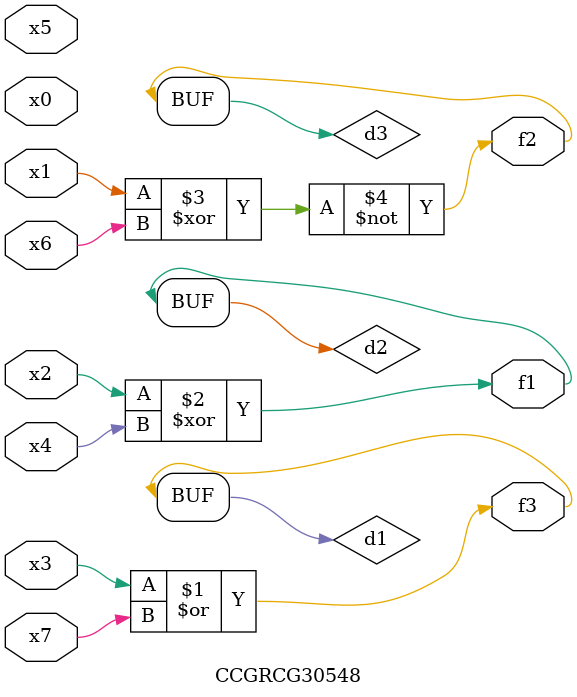
<source format=v>
module CCGRCG30548(
	input x0, x1, x2, x3, x4, x5, x6, x7,
	output f1, f2, f3
);

	wire d1, d2, d3;

	or (d1, x3, x7);
	xor (d2, x2, x4);
	xnor (d3, x1, x6);
	assign f1 = d2;
	assign f2 = d3;
	assign f3 = d1;
endmodule

</source>
